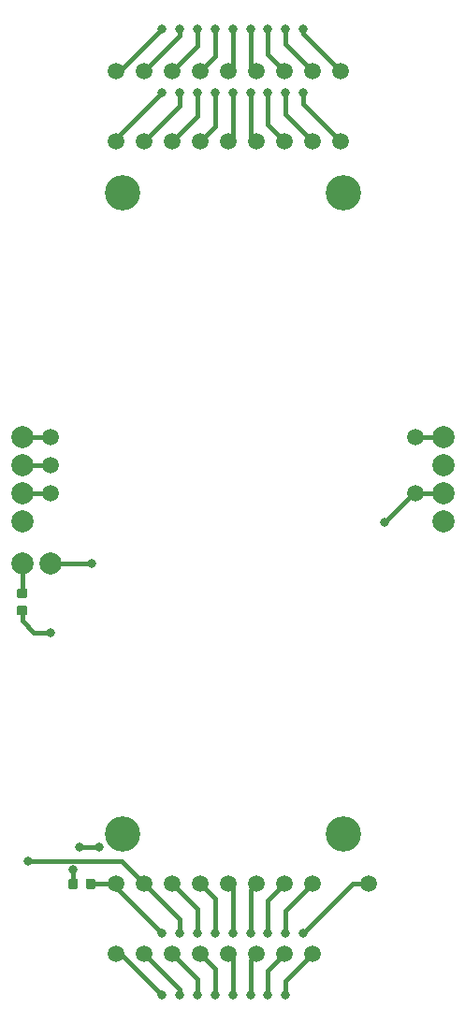
<source format=gbr>
G04 #@! TF.GenerationSoftware,KiCad,Pcbnew,5.0.2-bee76a0~70~ubuntu18.04.1*
G04 #@! TF.CreationDate,2019-05-09T10:07:15+02:00*
G04 #@! TF.ProjectId,smartcard,736d6172-7463-4617-9264-2e6b69636164,rev?*
G04 #@! TF.SameCoordinates,Original*
G04 #@! TF.FileFunction,Copper,L1,Top*
G04 #@! TF.FilePolarity,Positive*
%FSLAX46Y46*%
G04 Gerber Fmt 4.6, Leading zero omitted, Abs format (unit mm)*
G04 Created by KiCad (PCBNEW 5.0.2-bee76a0~70~ubuntu18.04.1) date jeu. 09 mai 2019 10:07:15 CEST*
%MOMM*%
%LPD*%
G01*
G04 APERTURE LIST*
G04 #@! TA.AperFunction,Conductor*
%ADD10C,0.100000*%
G04 #@! TD*
G04 #@! TA.AperFunction,SMDPad,CuDef*
%ADD11C,0.875000*%
G04 #@! TD*
G04 #@! TA.AperFunction,BGAPad,CuDef*
%ADD12C,1.500000*%
G04 #@! TD*
G04 #@! TA.AperFunction,ComponentPad*
%ADD13C,3.200000*%
G04 #@! TD*
G04 #@! TA.AperFunction,ComponentPad*
%ADD14C,2.000000*%
G04 #@! TD*
G04 #@! TA.AperFunction,ViaPad*
%ADD15C,0.800000*%
G04 #@! TD*
G04 #@! TA.AperFunction,Conductor*
%ADD16C,0.400000*%
G04 #@! TD*
G04 APERTURE END LIST*
D10*
G04 #@! TO.N,/D0_IO*
G04 #@! TO.C,R2*
G36*
X99528708Y-137057080D02*
X99549943Y-137060230D01*
X99570767Y-137065446D01*
X99590979Y-137072678D01*
X99610385Y-137081857D01*
X99628798Y-137092893D01*
X99646041Y-137105681D01*
X99661947Y-137120097D01*
X99676363Y-137136003D01*
X99689151Y-137153246D01*
X99700187Y-137171659D01*
X99709366Y-137191065D01*
X99716598Y-137211277D01*
X99721814Y-137232101D01*
X99724964Y-137253336D01*
X99726017Y-137274777D01*
X99726017Y-137787277D01*
X99724964Y-137808718D01*
X99721814Y-137829953D01*
X99716598Y-137850777D01*
X99709366Y-137870989D01*
X99700187Y-137890395D01*
X99689151Y-137908808D01*
X99676363Y-137926051D01*
X99661947Y-137941957D01*
X99646041Y-137956373D01*
X99628798Y-137969161D01*
X99610385Y-137980197D01*
X99590979Y-137989376D01*
X99570767Y-137996608D01*
X99549943Y-138001824D01*
X99528708Y-138004974D01*
X99507267Y-138006027D01*
X99069767Y-138006027D01*
X99048326Y-138004974D01*
X99027091Y-138001824D01*
X99006267Y-137996608D01*
X98986055Y-137989376D01*
X98966649Y-137980197D01*
X98948236Y-137969161D01*
X98930993Y-137956373D01*
X98915087Y-137941957D01*
X98900671Y-137926051D01*
X98887883Y-137908808D01*
X98876847Y-137890395D01*
X98867668Y-137870989D01*
X98860436Y-137850777D01*
X98855220Y-137829953D01*
X98852070Y-137808718D01*
X98851017Y-137787277D01*
X98851017Y-137274777D01*
X98852070Y-137253336D01*
X98855220Y-137232101D01*
X98860436Y-137211277D01*
X98867668Y-137191065D01*
X98876847Y-137171659D01*
X98887883Y-137153246D01*
X98900671Y-137136003D01*
X98915087Y-137120097D01*
X98930993Y-137105681D01*
X98948236Y-137092893D01*
X98966649Y-137081857D01*
X98986055Y-137072678D01*
X99006267Y-137065446D01*
X99027091Y-137060230D01*
X99048326Y-137057080D01*
X99069767Y-137056027D01*
X99507267Y-137056027D01*
X99528708Y-137057080D01*
X99528708Y-137057080D01*
G37*
D11*
G04 #@! TD*
G04 #@! TO.P,R2,1*
G04 #@! TO.N,/D0_IO*
X99288517Y-137531027D03*
D10*
G04 #@! TO.N,+3V3*
G04 #@! TO.C,R2*
G36*
X97953708Y-137057080D02*
X97974943Y-137060230D01*
X97995767Y-137065446D01*
X98015979Y-137072678D01*
X98035385Y-137081857D01*
X98053798Y-137092893D01*
X98071041Y-137105681D01*
X98086947Y-137120097D01*
X98101363Y-137136003D01*
X98114151Y-137153246D01*
X98125187Y-137171659D01*
X98134366Y-137191065D01*
X98141598Y-137211277D01*
X98146814Y-137232101D01*
X98149964Y-137253336D01*
X98151017Y-137274777D01*
X98151017Y-137787277D01*
X98149964Y-137808718D01*
X98146814Y-137829953D01*
X98141598Y-137850777D01*
X98134366Y-137870989D01*
X98125187Y-137890395D01*
X98114151Y-137908808D01*
X98101363Y-137926051D01*
X98086947Y-137941957D01*
X98071041Y-137956373D01*
X98053798Y-137969161D01*
X98035385Y-137980197D01*
X98015979Y-137989376D01*
X97995767Y-137996608D01*
X97974943Y-138001824D01*
X97953708Y-138004974D01*
X97932267Y-138006027D01*
X97494767Y-138006027D01*
X97473326Y-138004974D01*
X97452091Y-138001824D01*
X97431267Y-137996608D01*
X97411055Y-137989376D01*
X97391649Y-137980197D01*
X97373236Y-137969161D01*
X97355993Y-137956373D01*
X97340087Y-137941957D01*
X97325671Y-137926051D01*
X97312883Y-137908808D01*
X97301847Y-137890395D01*
X97292668Y-137870989D01*
X97285436Y-137850777D01*
X97280220Y-137829953D01*
X97277070Y-137808718D01*
X97276017Y-137787277D01*
X97276017Y-137274777D01*
X97277070Y-137253336D01*
X97280220Y-137232101D01*
X97285436Y-137211277D01*
X97292668Y-137191065D01*
X97301847Y-137171659D01*
X97312883Y-137153246D01*
X97325671Y-137136003D01*
X97340087Y-137120097D01*
X97355993Y-137105681D01*
X97373236Y-137092893D01*
X97391649Y-137081857D01*
X97411055Y-137072678D01*
X97431267Y-137065446D01*
X97452091Y-137060230D01*
X97473326Y-137057080D01*
X97494767Y-137056027D01*
X97932267Y-137056027D01*
X97953708Y-137057080D01*
X97953708Y-137057080D01*
G37*
D11*
G04 #@! TD*
G04 #@! TO.P,R2,2*
G04 #@! TO.N,+3V3*
X97713517Y-137531027D03*
D10*
G04 #@! TO.N,+3V3*
G04 #@! TO.C,R1*
G36*
X93378708Y-112382080D02*
X93399943Y-112385230D01*
X93420767Y-112390446D01*
X93440979Y-112397678D01*
X93460385Y-112406857D01*
X93478798Y-112417893D01*
X93496041Y-112430681D01*
X93511947Y-112445097D01*
X93526363Y-112461003D01*
X93539151Y-112478246D01*
X93550187Y-112496659D01*
X93559366Y-112516065D01*
X93566598Y-112536277D01*
X93571814Y-112557101D01*
X93574964Y-112578336D01*
X93576017Y-112599777D01*
X93576017Y-113037277D01*
X93574964Y-113058718D01*
X93571814Y-113079953D01*
X93566598Y-113100777D01*
X93559366Y-113120989D01*
X93550187Y-113140395D01*
X93539151Y-113158808D01*
X93526363Y-113176051D01*
X93511947Y-113191957D01*
X93496041Y-113206373D01*
X93478798Y-113219161D01*
X93460385Y-113230197D01*
X93440979Y-113239376D01*
X93420767Y-113246608D01*
X93399943Y-113251824D01*
X93378708Y-113254974D01*
X93357267Y-113256027D01*
X92844767Y-113256027D01*
X92823326Y-113254974D01*
X92802091Y-113251824D01*
X92781267Y-113246608D01*
X92761055Y-113239376D01*
X92741649Y-113230197D01*
X92723236Y-113219161D01*
X92705993Y-113206373D01*
X92690087Y-113191957D01*
X92675671Y-113176051D01*
X92662883Y-113158808D01*
X92651847Y-113140395D01*
X92642668Y-113120989D01*
X92635436Y-113100777D01*
X92630220Y-113079953D01*
X92627070Y-113058718D01*
X92626017Y-113037277D01*
X92626017Y-112599777D01*
X92627070Y-112578336D01*
X92630220Y-112557101D01*
X92635436Y-112536277D01*
X92642668Y-112516065D01*
X92651847Y-112496659D01*
X92662883Y-112478246D01*
X92675671Y-112461003D01*
X92690087Y-112445097D01*
X92705993Y-112430681D01*
X92723236Y-112417893D01*
X92741649Y-112406857D01*
X92761055Y-112397678D01*
X92781267Y-112390446D01*
X92802091Y-112385230D01*
X92823326Y-112382080D01*
X92844767Y-112381027D01*
X93357267Y-112381027D01*
X93378708Y-112382080D01*
X93378708Y-112382080D01*
G37*
D11*
G04 #@! TD*
G04 #@! TO.P,R1,1*
G04 #@! TO.N,+3V3*
X93101017Y-112818527D03*
D10*
G04 #@! TO.N,/D3_SENSE*
G04 #@! TO.C,R1*
G36*
X93378708Y-110807080D02*
X93399943Y-110810230D01*
X93420767Y-110815446D01*
X93440979Y-110822678D01*
X93460385Y-110831857D01*
X93478798Y-110842893D01*
X93496041Y-110855681D01*
X93511947Y-110870097D01*
X93526363Y-110886003D01*
X93539151Y-110903246D01*
X93550187Y-110921659D01*
X93559366Y-110941065D01*
X93566598Y-110961277D01*
X93571814Y-110982101D01*
X93574964Y-111003336D01*
X93576017Y-111024777D01*
X93576017Y-111462277D01*
X93574964Y-111483718D01*
X93571814Y-111504953D01*
X93566598Y-111525777D01*
X93559366Y-111545989D01*
X93550187Y-111565395D01*
X93539151Y-111583808D01*
X93526363Y-111601051D01*
X93511947Y-111616957D01*
X93496041Y-111631373D01*
X93478798Y-111644161D01*
X93460385Y-111655197D01*
X93440979Y-111664376D01*
X93420767Y-111671608D01*
X93399943Y-111676824D01*
X93378708Y-111679974D01*
X93357267Y-111681027D01*
X92844767Y-111681027D01*
X92823326Y-111679974D01*
X92802091Y-111676824D01*
X92781267Y-111671608D01*
X92761055Y-111664376D01*
X92741649Y-111655197D01*
X92723236Y-111644161D01*
X92705993Y-111631373D01*
X92690087Y-111616957D01*
X92675671Y-111601051D01*
X92662883Y-111583808D01*
X92651847Y-111565395D01*
X92642668Y-111545989D01*
X92635436Y-111525777D01*
X92630220Y-111504953D01*
X92627070Y-111483718D01*
X92626017Y-111462277D01*
X92626017Y-111024777D01*
X92627070Y-111003336D01*
X92630220Y-110982101D01*
X92635436Y-110961277D01*
X92642668Y-110941065D01*
X92651847Y-110921659D01*
X92662883Y-110903246D01*
X92675671Y-110886003D01*
X92690087Y-110870097D01*
X92705993Y-110855681D01*
X92723236Y-110842893D01*
X92741649Y-110831857D01*
X92761055Y-110822678D01*
X92781267Y-110815446D01*
X92802091Y-110810230D01*
X92823326Y-110807080D01*
X92844767Y-110806027D01*
X93357267Y-110806027D01*
X93378708Y-110807080D01*
X93378708Y-110807080D01*
G37*
D11*
G04 #@! TD*
G04 #@! TO.P,R1,2*
G04 #@! TO.N,/D3_SENSE*
X93101017Y-111243527D03*
D12*
G04 #@! TO.P,TP20,1*
G04 #@! TO.N,/D2_CLK*
X95641017Y-102211027D03*
G04 #@! TD*
G04 #@! TO.P,TP21,1*
G04 #@! TO.N,/D0_IO*
X128661017Y-102211027D03*
G04 #@! TD*
G04 #@! TO.P,TP19,1*
G04 #@! TO.N,/D1_~RST~*
X95641017Y-99671027D03*
G04 #@! TD*
G04 #@! TO.P,TP33,1*
G04 #@! TO.N,+3V3*
X95641017Y-97131027D03*
G04 #@! TD*
D13*
G04 #@! TO.P,U1,~*
G04 #@! TO.N,N/C*
X122151017Y-133011027D03*
X102151017Y-133011027D03*
X102151017Y-75011027D03*
X122151017Y-75011027D03*
D14*
G04 #@! TO.P,U1,5*
G04 #@! TO.N,GNDA*
X131201017Y-97131027D03*
G04 #@! TO.P,U1,6*
G04 #@! TO.N,Net-(U1-Pad6)*
X131201017Y-99671027D03*
G04 #@! TO.P,U1,7*
G04 #@! TO.N,/D0_IO*
X131201017Y-102211027D03*
G04 #@! TO.P,U1,8*
G04 #@! TO.N,Net-(U1-Pad8)*
X131201017Y-104751027D03*
G04 #@! TO.P,U1,1*
G04 #@! TO.N,+3V3*
X93101017Y-97131027D03*
G04 #@! TO.P,U1,2*
G04 #@! TO.N,/D1_~RST~*
X93101017Y-99671027D03*
G04 #@! TO.P,U1,3*
G04 #@! TO.N,/D2_CLK*
X93101017Y-102211027D03*
G04 #@! TO.P,U1,4*
G04 #@! TO.N,Net-(U1-Pad4)*
X93101017Y-104751027D03*
G04 #@! TO.P,U1,9*
G04 #@! TO.N,/D3_SENSE*
X93101017Y-108561027D03*
G04 #@! TO.P,U1,10*
G04 #@! TO.N,GND*
X95641017Y-108561027D03*
G04 #@! TD*
D12*
G04 #@! TO.P,TP38,1*
G04 #@! TO.N,Net-(P2-Pad19)*
X111760000Y-70358000D03*
G04 #@! TD*
G04 #@! TO.P,TP50,1*
G04 #@! TO.N,Net-(P2-Pad32)*
X104140000Y-64008000D03*
G04 #@! TD*
G04 #@! TO.P,TP49,1*
G04 #@! TO.N,Net-(P2-Pad28)*
X106680000Y-64008000D03*
G04 #@! TD*
G04 #@! TO.P,TP48,1*
G04 #@! TO.N,Net-(P2-Pad24)*
X109220000Y-64008000D03*
G04 #@! TD*
G04 #@! TO.P,TP47,1*
G04 #@! TO.N,Net-(P2-Pad20)*
X111760000Y-64008000D03*
G04 #@! TD*
G04 #@! TO.P,TP46,1*
G04 #@! TO.N,Net-(P2-Pad16)*
X114300000Y-64008000D03*
G04 #@! TD*
G04 #@! TO.P,TP45,1*
G04 #@! TO.N,Net-(P2-Pad12)*
X116840000Y-64008000D03*
G04 #@! TD*
G04 #@! TO.P,TP44,1*
G04 #@! TO.N,Net-(P2-Pad8)*
X119380000Y-64008000D03*
G04 #@! TD*
G04 #@! TO.P,TP43,1*
G04 #@! TO.N,Net-(P2-Pad4)*
X121920000Y-64008000D03*
G04 #@! TD*
G04 #@! TO.P,TP42,1*
G04 #@! TO.N,Net-(P2-Pad35)*
X101600000Y-70358000D03*
G04 #@! TD*
G04 #@! TO.P,TP41,1*
G04 #@! TO.N,Net-(P2-Pad31)*
X104140000Y-70358000D03*
G04 #@! TD*
G04 #@! TO.P,TP40,1*
G04 #@! TO.N,Net-(P2-Pad27)*
X106680000Y-70358000D03*
G04 #@! TD*
G04 #@! TO.P,TP39,1*
G04 #@! TO.N,Net-(P2-Pad23)*
X109220000Y-70358000D03*
G04 #@! TD*
G04 #@! TO.P,TP37,1*
G04 #@! TO.N,Net-(P2-Pad15)*
X114300000Y-70358000D03*
G04 #@! TD*
G04 #@! TO.P,TP36,1*
G04 #@! TO.N,Net-(P2-Pad11)*
X116840000Y-70358000D03*
G04 #@! TD*
G04 #@! TO.P,TP35,1*
G04 #@! TO.N,Net-(P2-Pad7)*
X119380000Y-70358000D03*
G04 #@! TD*
G04 #@! TO.P,TP34,1*
G04 #@! TO.N,Net-(P2-Pad3)*
X121920000Y-70358000D03*
G04 #@! TD*
G04 #@! TO.P,TP51,1*
G04 #@! TO.N,Net-(P2-Pad36)*
X101600000Y-64008000D03*
G04 #@! TD*
G04 #@! TO.P,TP18,1*
G04 #@! TO.N,GNDA*
X128661017Y-97131027D03*
G04 #@! TD*
G04 #@! TO.P,TP17,1*
G04 #@! TO.N,/D0_IO*
X101600000Y-137541000D03*
G04 #@! TD*
G04 #@! TO.P,TP16,1*
G04 #@! TO.N,/D2_CLK*
X104140000Y-137541000D03*
G04 #@! TD*
G04 #@! TO.P,TP15,1*
G04 #@! TO.N,Net-(P1-Pad28)*
X106680000Y-137541000D03*
G04 #@! TD*
G04 #@! TO.P,TP14,1*
G04 #@! TO.N,Net-(P1-Pad24)*
X109220000Y-137541000D03*
G04 #@! TD*
G04 #@! TO.P,TP13,1*
G04 #@! TO.N,Net-(P1-Pad20)*
X111760000Y-137541000D03*
G04 #@! TD*
G04 #@! TO.P,TP12,1*
G04 #@! TO.N,Net-(P1-Pad16)*
X114300000Y-137541000D03*
G04 #@! TD*
G04 #@! TO.P,TP11,1*
G04 #@! TO.N,Net-(P1-Pad12)*
X116840000Y-137541000D03*
G04 #@! TD*
G04 #@! TO.P,TP10,1*
G04 #@! TO.N,Net-(P1-Pad8)*
X119380000Y-137541000D03*
G04 #@! TD*
G04 #@! TO.P,TP9,1*
G04 #@! TO.N,/D1_~RST~*
X101600000Y-143891000D03*
G04 #@! TD*
G04 #@! TO.P,TP8,1*
G04 #@! TO.N,/D3_SENSE*
X104140000Y-143891000D03*
G04 #@! TD*
G04 #@! TO.P,TP7,1*
G04 #@! TO.N,Net-(P1-Pad27)*
X106680000Y-143891000D03*
G04 #@! TD*
G04 #@! TO.P,TP6,1*
G04 #@! TO.N,Net-(P1-Pad23)*
X109220000Y-143891000D03*
G04 #@! TD*
G04 #@! TO.P,TP5,1*
G04 #@! TO.N,Net-(P1-Pad19)*
X111760000Y-143891000D03*
G04 #@! TD*
G04 #@! TO.P,TP4,1*
G04 #@! TO.N,Net-(P1-Pad15)*
X114300000Y-143891000D03*
G04 #@! TD*
G04 #@! TO.P,TP3,1*
G04 #@! TO.N,Net-(P1-Pad11)*
X116840000Y-143891000D03*
G04 #@! TD*
G04 #@! TO.P,TP2,1*
G04 #@! TO.N,Net-(P1-Pad7)*
X119380000Y-143891000D03*
G04 #@! TD*
G04 #@! TO.P,TP1,1*
G04 #@! TO.N,Net-(P1-Pad4)*
X124460000Y-137541000D03*
G04 #@! TD*
D15*
G04 #@! TO.N,Net-(P1-Pad7)*
X116951017Y-147611027D03*
G04 #@! TO.N,Net-(P1-Pad19)*
X112151017Y-147611027D03*
G04 #@! TO.N,Net-(P1-Pad11)*
X115351017Y-147611027D03*
G04 #@! TO.N,Net-(P1-Pad15)*
X113751017Y-147611027D03*
G04 #@! TO.N,Net-(P1-Pad23)*
X110551017Y-147611027D03*
G04 #@! TO.N,Net-(P1-Pad27)*
X108951017Y-147611027D03*
G04 #@! TO.N,Net-(P1-Pad28)*
X108951017Y-142011027D03*
G04 #@! TO.N,Net-(P1-Pad8)*
X116951017Y-142011027D03*
G04 #@! TO.N,Net-(P1-Pad4)*
X118551017Y-142011027D03*
G04 #@! TO.N,Net-(P1-Pad16)*
X113751017Y-142011027D03*
G04 #@! TO.N,Net-(P1-Pad12)*
X115351017Y-142011027D03*
G04 #@! TO.N,Net-(P1-Pad24)*
X110551017Y-142011027D03*
G04 #@! TO.N,Net-(P1-Pad20)*
X112151017Y-142011027D03*
G04 #@! TO.N,+3V3*
X95641017Y-114784027D03*
X98270017Y-134215027D03*
X97701017Y-136285023D03*
X100101027Y-134215027D03*
G04 #@! TO.N,Net-(P2-Pad36)*
X105751017Y-60211027D03*
G04 #@! TO.N,Net-(P2-Pad32)*
X107351017Y-60211027D03*
G04 #@! TO.N,Net-(P2-Pad35)*
X105751017Y-66011027D03*
G04 #@! TO.N,Net-(P2-Pad31)*
X107351017Y-66011027D03*
G04 #@! TO.N,Net-(P2-Pad20)*
X112151017Y-60211027D03*
G04 #@! TO.N,Net-(P2-Pad24)*
X110551017Y-60211027D03*
G04 #@! TO.N,Net-(P2-Pad12)*
X115351017Y-60211027D03*
G04 #@! TO.N,Net-(P2-Pad16)*
X113751017Y-60211027D03*
G04 #@! TO.N,Net-(P2-Pad4)*
X118551017Y-60211027D03*
G04 #@! TO.N,Net-(P2-Pad8)*
X116951017Y-60211027D03*
G04 #@! TO.N,Net-(P2-Pad28)*
X108951017Y-60211027D03*
G04 #@! TO.N,Net-(P2-Pad27)*
X108951017Y-66011027D03*
G04 #@! TO.N,Net-(P2-Pad23)*
X110551017Y-66011027D03*
G04 #@! TO.N,Net-(P2-Pad15)*
X113751017Y-66011027D03*
G04 #@! TO.N,Net-(P2-Pad11)*
X115351017Y-66011027D03*
G04 #@! TO.N,Net-(P2-Pad19)*
X112151017Y-66011027D03*
G04 #@! TO.N,Net-(P2-Pad7)*
X116951017Y-66011027D03*
G04 #@! TO.N,Net-(P2-Pad3)*
X118551017Y-66011027D03*
G04 #@! TO.N,GND*
X99401017Y-108531027D03*
G04 #@! TO.N,/D0_IO*
X105751017Y-142011027D03*
X125901017Y-104831027D03*
G04 #@! TO.N,/D2_CLK*
X107351017Y-142011027D03*
X93609017Y-135485023D03*
G04 #@! TO.N,/D1_~RST~*
X105751017Y-147611027D03*
G04 #@! TO.N,/D3_SENSE*
X107351017Y-147611027D03*
G04 #@! TD*
D16*
G04 #@! TO.N,GNDA*
X131201017Y-97131027D02*
X128661017Y-97131027D01*
G04 #@! TO.N,Net-(P1-Pad7)*
X116951017Y-146319983D02*
X119380000Y-143891000D01*
X116951017Y-147611027D02*
X116951017Y-146319983D01*
G04 #@! TO.N,Net-(P1-Pad19)*
X112151017Y-144282017D02*
X111760000Y-143891000D01*
X112151017Y-147611027D02*
X112151017Y-144282017D01*
G04 #@! TO.N,Net-(P1-Pad11)*
X115351017Y-145379983D02*
X116840000Y-143891000D01*
X115351017Y-147611027D02*
X115351017Y-145379983D01*
G04 #@! TO.N,Net-(P1-Pad15)*
X113751017Y-144439983D02*
X114300000Y-143891000D01*
X113751017Y-147611027D02*
X113751017Y-144439983D01*
G04 #@! TO.N,Net-(P1-Pad23)*
X110551017Y-145222017D02*
X109220000Y-143891000D01*
X110551017Y-147611027D02*
X110551017Y-145222017D01*
G04 #@! TO.N,Net-(P1-Pad27)*
X108951017Y-146162017D02*
X106680000Y-143891000D01*
X108951017Y-147611027D02*
X108951017Y-146162017D01*
G04 #@! TO.N,Net-(P1-Pad28)*
X108951017Y-139812017D02*
X106680000Y-137541000D01*
X108951017Y-142011027D02*
X108951017Y-139812017D01*
G04 #@! TO.N,Net-(P1-Pad8)*
X116951017Y-139969983D02*
X119380000Y-137541000D01*
X116951017Y-142011027D02*
X116951017Y-139969983D01*
G04 #@! TO.N,Net-(P1-Pad4)*
X123021044Y-137541000D02*
X124460000Y-137541000D01*
X118551017Y-142011027D02*
X123021044Y-137541000D01*
G04 #@! TO.N,Net-(P1-Pad16)*
X113751017Y-138089983D02*
X114300000Y-137541000D01*
X113751017Y-142011027D02*
X113751017Y-138089983D01*
G04 #@! TO.N,Net-(P1-Pad12)*
X115351017Y-139029983D02*
X116840000Y-137541000D01*
X115351017Y-142011027D02*
X115351017Y-139029983D01*
G04 #@! TO.N,Net-(P1-Pad24)*
X110551017Y-138872017D02*
X109220000Y-137541000D01*
X110551017Y-142011027D02*
X110551017Y-138872017D01*
G04 #@! TO.N,Net-(P1-Pad20)*
X112151017Y-137932017D02*
X111760000Y-137541000D01*
X112151017Y-142011027D02*
X112151017Y-137932017D01*
G04 #@! TO.N,+3V3*
X95641017Y-97131027D02*
X93101017Y-97131027D01*
X97713517Y-137531027D02*
X97713517Y-136297523D01*
X97713517Y-136297523D02*
X97701017Y-136285023D01*
X93101017Y-112818527D02*
X93101017Y-113731027D01*
X94154017Y-114784027D02*
X95641017Y-114784027D01*
X93101017Y-113731027D02*
X94154017Y-114784027D01*
X98270017Y-134215027D02*
X100101027Y-134215027D01*
G04 #@! TO.N,Net-(P2-Pad36)*
X101954044Y-64008000D02*
X101600000Y-64008000D01*
X105751017Y-60211027D02*
X101954044Y-64008000D01*
G04 #@! TO.N,Net-(P2-Pad32)*
X107351017Y-60796983D02*
X104140000Y-64008000D01*
X107351017Y-60211027D02*
X107351017Y-60796983D01*
G04 #@! TO.N,Net-(P2-Pad35)*
X101600000Y-70162044D02*
X101600000Y-70358000D01*
X105751017Y-66011027D02*
X101600000Y-70162044D01*
G04 #@! TO.N,Net-(P2-Pad31)*
X107351017Y-67146983D02*
X104140000Y-70358000D01*
X107351017Y-66011027D02*
X107351017Y-67146983D01*
G04 #@! TO.N,Net-(P2-Pad20)*
X112151017Y-63616983D02*
X111760000Y-64008000D01*
X112151017Y-60211027D02*
X112151017Y-63616983D01*
G04 #@! TO.N,Net-(P2-Pad24)*
X110551017Y-62676983D02*
X109220000Y-64008000D01*
X110551017Y-60211027D02*
X110551017Y-62676983D01*
G04 #@! TO.N,Net-(P2-Pad12)*
X115351017Y-62519017D02*
X116840000Y-64008000D01*
X115351017Y-60211027D02*
X115351017Y-62519017D01*
G04 #@! TO.N,Net-(P2-Pad16)*
X113751017Y-63459017D02*
X114300000Y-64008000D01*
X113751017Y-60211027D02*
X113751017Y-63459017D01*
G04 #@! TO.N,Net-(P2-Pad4)*
X118551017Y-60639017D02*
X118551017Y-60211027D01*
X121920000Y-64008000D02*
X118551017Y-60639017D01*
G04 #@! TO.N,Net-(P2-Pad8)*
X116951017Y-61579017D02*
X119380000Y-64008000D01*
X116951017Y-60211027D02*
X116951017Y-61579017D01*
G04 #@! TO.N,Net-(P2-Pad28)*
X108951017Y-61736983D02*
X106680000Y-64008000D01*
X108951017Y-60211027D02*
X108951017Y-61736983D01*
G04 #@! TO.N,Net-(P2-Pad27)*
X108951017Y-68086983D02*
X106680000Y-70358000D01*
X108951017Y-66011027D02*
X108951017Y-68086983D01*
G04 #@! TO.N,Net-(P2-Pad23)*
X110551017Y-69026983D02*
X109220000Y-70358000D01*
X110551017Y-66011027D02*
X110551017Y-69026983D01*
G04 #@! TO.N,Net-(P2-Pad15)*
X113751017Y-69809017D02*
X114300000Y-70358000D01*
X113751017Y-66011027D02*
X113751017Y-69809017D01*
G04 #@! TO.N,Net-(P2-Pad11)*
X115351017Y-68869017D02*
X116840000Y-70358000D01*
X115351017Y-66011027D02*
X115351017Y-68869017D01*
G04 #@! TO.N,Net-(P2-Pad19)*
X112151017Y-69966983D02*
X111760000Y-70358000D01*
X112151017Y-66011027D02*
X112151017Y-69966983D01*
G04 #@! TO.N,Net-(P2-Pad7)*
X116951017Y-67929017D02*
X119380000Y-70358000D01*
X116951017Y-66011027D02*
X116951017Y-67929017D01*
G04 #@! TO.N,Net-(P2-Pad3)*
X118551017Y-66989017D02*
X121920000Y-70358000D01*
X118551017Y-66011027D02*
X118551017Y-66989017D01*
G04 #@! TO.N,GND*
X99371017Y-108561027D02*
X99401017Y-108531027D01*
X95641017Y-108561027D02*
X99371017Y-108561027D01*
G04 #@! TO.N,/D0_IO*
X101600000Y-137860010D02*
X101600000Y-137541000D01*
X105751017Y-142011027D02*
X101600000Y-137860010D01*
X101590027Y-137531027D02*
X101600000Y-137541000D01*
X99288517Y-137531027D02*
X101590027Y-137531027D01*
X128661017Y-102211027D02*
X131201017Y-102211027D01*
X131201017Y-102211027D02*
X128521017Y-102211027D01*
X128521017Y-102211027D02*
X125901017Y-104831027D01*
G04 #@! TO.N,/D2_CLK*
X107351017Y-140752017D02*
X104140000Y-137541000D01*
X107351017Y-142011027D02*
X107351017Y-140752017D01*
X95641017Y-102211027D02*
X93101017Y-102211027D01*
X102084023Y-135485023D02*
X104140000Y-137541000D01*
X93609017Y-135485023D02*
X102084023Y-135485023D01*
G04 #@! TO.N,/D1_~RST~*
X102030990Y-143891000D02*
X101600000Y-143891000D01*
X105751017Y-147611027D02*
X102030990Y-143891000D01*
X93101017Y-99671027D02*
X95641017Y-99671027D01*
G04 #@! TO.N,/D3_SENSE*
X107351017Y-147102017D02*
X107351017Y-147611027D01*
X104140000Y-143891000D02*
X107351017Y-147102017D01*
X93101017Y-109043527D02*
X93101017Y-108561027D01*
X93101017Y-108561027D02*
X93101017Y-111243527D01*
G04 #@! TD*
M02*

</source>
